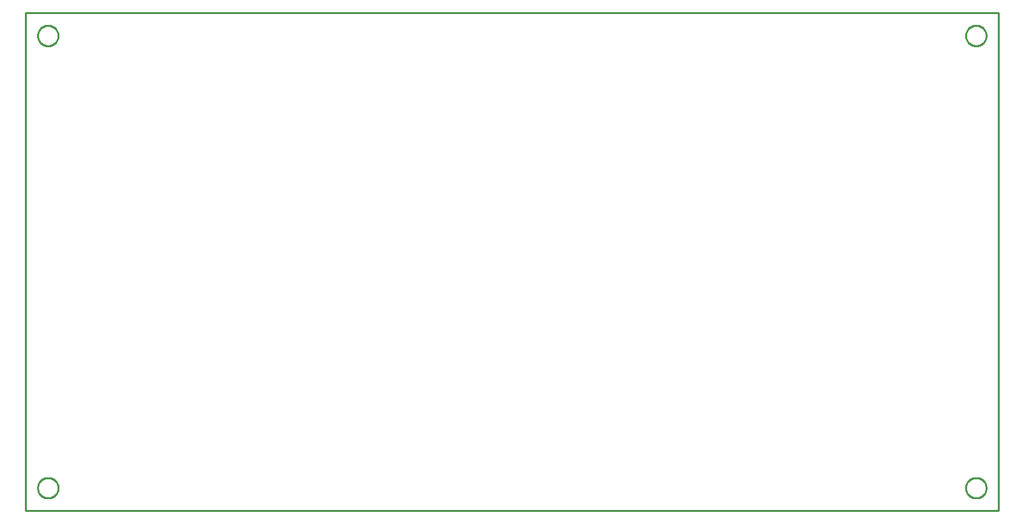
<source format=gbr>
G04 EAGLE Gerber RS-274X export*
G75*
%MOMM*%
%FSLAX34Y34*%
%LPD*%
%IN*%
%IPPOS*%
%AMOC8*
5,1,8,0,0,1.08239X$1,22.5*%
G01*
%ADD10C,0.254000*%


D10*
X0Y-40000D02*
X1290000Y-40000D01*
X1290000Y620000D01*
X0Y620000D01*
X0Y-40000D01*
X43500Y-10482D02*
X43431Y-11444D01*
X43294Y-12399D01*
X43089Y-13341D01*
X42817Y-14266D01*
X42480Y-15170D01*
X42080Y-16047D01*
X41618Y-16893D01*
X41096Y-17704D01*
X40518Y-18476D01*
X39887Y-19205D01*
X39205Y-19887D01*
X38476Y-20518D01*
X37704Y-21096D01*
X36893Y-21618D01*
X36047Y-22080D01*
X35170Y-22480D01*
X34266Y-22817D01*
X33341Y-23089D01*
X32399Y-23294D01*
X31444Y-23431D01*
X30482Y-23500D01*
X29518Y-23500D01*
X28556Y-23431D01*
X27602Y-23294D01*
X26659Y-23089D01*
X25734Y-22817D01*
X24830Y-22480D01*
X23953Y-22080D01*
X23107Y-21618D01*
X22296Y-21096D01*
X21524Y-20518D01*
X20795Y-19887D01*
X20113Y-19205D01*
X19482Y-18476D01*
X18904Y-17704D01*
X18382Y-16893D01*
X17920Y-16047D01*
X17520Y-15170D01*
X17183Y-14266D01*
X16911Y-13341D01*
X16706Y-12399D01*
X16569Y-11444D01*
X16500Y-10482D01*
X16500Y-9518D01*
X16569Y-8556D01*
X16706Y-7602D01*
X16911Y-6659D01*
X17183Y-5734D01*
X17520Y-4830D01*
X17920Y-3953D01*
X18382Y-3107D01*
X18904Y-2296D01*
X19482Y-1524D01*
X20113Y-795D01*
X20795Y-113D01*
X21524Y518D01*
X22296Y1096D01*
X23107Y1618D01*
X23953Y2080D01*
X24830Y2480D01*
X25734Y2817D01*
X26659Y3089D01*
X27602Y3294D01*
X28556Y3431D01*
X29518Y3500D01*
X30482Y3500D01*
X31444Y3431D01*
X32399Y3294D01*
X33341Y3089D01*
X34266Y2817D01*
X35170Y2480D01*
X36047Y2080D01*
X36893Y1618D01*
X37704Y1096D01*
X38476Y518D01*
X39205Y-113D01*
X39887Y-795D01*
X40518Y-1524D01*
X41096Y-2296D01*
X41618Y-3107D01*
X42080Y-3953D01*
X42480Y-4830D01*
X42817Y-5734D01*
X43089Y-6659D01*
X43294Y-7602D01*
X43431Y-8556D01*
X43500Y-9518D01*
X43500Y-10482D01*
X43500Y589518D02*
X43431Y588556D01*
X43294Y587602D01*
X43089Y586659D01*
X42817Y585734D01*
X42480Y584830D01*
X42080Y583953D01*
X41618Y583107D01*
X41096Y582296D01*
X40518Y581524D01*
X39887Y580795D01*
X39205Y580113D01*
X38476Y579482D01*
X37704Y578904D01*
X36893Y578382D01*
X36047Y577920D01*
X35170Y577520D01*
X34266Y577183D01*
X33341Y576911D01*
X32399Y576706D01*
X31444Y576569D01*
X30482Y576500D01*
X29518Y576500D01*
X28556Y576569D01*
X27602Y576706D01*
X26659Y576911D01*
X25734Y577183D01*
X24830Y577520D01*
X23953Y577920D01*
X23107Y578382D01*
X22296Y578904D01*
X21524Y579482D01*
X20795Y580113D01*
X20113Y580795D01*
X19482Y581524D01*
X18904Y582296D01*
X18382Y583107D01*
X17920Y583953D01*
X17520Y584830D01*
X17183Y585734D01*
X16911Y586659D01*
X16706Y587602D01*
X16569Y588556D01*
X16500Y589518D01*
X16500Y590482D01*
X16569Y591444D01*
X16706Y592399D01*
X16911Y593341D01*
X17183Y594266D01*
X17520Y595170D01*
X17920Y596047D01*
X18382Y596893D01*
X18904Y597704D01*
X19482Y598476D01*
X20113Y599205D01*
X20795Y599887D01*
X21524Y600518D01*
X22296Y601096D01*
X23107Y601618D01*
X23953Y602080D01*
X24830Y602480D01*
X25734Y602817D01*
X26659Y603089D01*
X27602Y603294D01*
X28556Y603431D01*
X29518Y603500D01*
X30482Y603500D01*
X31444Y603431D01*
X32399Y603294D01*
X33341Y603089D01*
X34266Y602817D01*
X35170Y602480D01*
X36047Y602080D01*
X36893Y601618D01*
X37704Y601096D01*
X38476Y600518D01*
X39205Y599887D01*
X39887Y599205D01*
X40518Y598476D01*
X41096Y597704D01*
X41618Y596893D01*
X42080Y596047D01*
X42480Y595170D01*
X42817Y594266D01*
X43089Y593341D01*
X43294Y592399D01*
X43431Y591444D01*
X43500Y590482D01*
X43500Y589518D01*
X1273500Y-10482D02*
X1273431Y-11444D01*
X1273294Y-12399D01*
X1273089Y-13341D01*
X1272817Y-14266D01*
X1272480Y-15170D01*
X1272080Y-16047D01*
X1271618Y-16893D01*
X1271096Y-17704D01*
X1270518Y-18476D01*
X1269887Y-19205D01*
X1269205Y-19887D01*
X1268476Y-20518D01*
X1267704Y-21096D01*
X1266893Y-21618D01*
X1266047Y-22080D01*
X1265170Y-22480D01*
X1264266Y-22817D01*
X1263341Y-23089D01*
X1262399Y-23294D01*
X1261444Y-23431D01*
X1260482Y-23500D01*
X1259518Y-23500D01*
X1258556Y-23431D01*
X1257602Y-23294D01*
X1256659Y-23089D01*
X1255734Y-22817D01*
X1254830Y-22480D01*
X1253953Y-22080D01*
X1253107Y-21618D01*
X1252296Y-21096D01*
X1251524Y-20518D01*
X1250795Y-19887D01*
X1250113Y-19205D01*
X1249482Y-18476D01*
X1248904Y-17704D01*
X1248382Y-16893D01*
X1247920Y-16047D01*
X1247520Y-15170D01*
X1247183Y-14266D01*
X1246911Y-13341D01*
X1246706Y-12399D01*
X1246569Y-11444D01*
X1246500Y-10482D01*
X1246500Y-9518D01*
X1246569Y-8556D01*
X1246706Y-7602D01*
X1246911Y-6659D01*
X1247183Y-5734D01*
X1247520Y-4830D01*
X1247920Y-3953D01*
X1248382Y-3107D01*
X1248904Y-2296D01*
X1249482Y-1524D01*
X1250113Y-795D01*
X1250795Y-113D01*
X1251524Y518D01*
X1252296Y1096D01*
X1253107Y1618D01*
X1253953Y2080D01*
X1254830Y2480D01*
X1255734Y2817D01*
X1256659Y3089D01*
X1257602Y3294D01*
X1258556Y3431D01*
X1259518Y3500D01*
X1260482Y3500D01*
X1261444Y3431D01*
X1262399Y3294D01*
X1263341Y3089D01*
X1264266Y2817D01*
X1265170Y2480D01*
X1266047Y2080D01*
X1266893Y1618D01*
X1267704Y1096D01*
X1268476Y518D01*
X1269205Y-113D01*
X1269887Y-795D01*
X1270518Y-1524D01*
X1271096Y-2296D01*
X1271618Y-3107D01*
X1272080Y-3953D01*
X1272480Y-4830D01*
X1272817Y-5734D01*
X1273089Y-6659D01*
X1273294Y-7602D01*
X1273431Y-8556D01*
X1273500Y-9518D01*
X1273500Y-10482D01*
X1273500Y589518D02*
X1273431Y588556D01*
X1273294Y587602D01*
X1273089Y586659D01*
X1272817Y585734D01*
X1272480Y584830D01*
X1272080Y583953D01*
X1271618Y583107D01*
X1271096Y582296D01*
X1270518Y581524D01*
X1269887Y580795D01*
X1269205Y580113D01*
X1268476Y579482D01*
X1267704Y578904D01*
X1266893Y578382D01*
X1266047Y577920D01*
X1265170Y577520D01*
X1264266Y577183D01*
X1263341Y576911D01*
X1262399Y576706D01*
X1261444Y576569D01*
X1260482Y576500D01*
X1259518Y576500D01*
X1258556Y576569D01*
X1257602Y576706D01*
X1256659Y576911D01*
X1255734Y577183D01*
X1254830Y577520D01*
X1253953Y577920D01*
X1253107Y578382D01*
X1252296Y578904D01*
X1251524Y579482D01*
X1250795Y580113D01*
X1250113Y580795D01*
X1249482Y581524D01*
X1248904Y582296D01*
X1248382Y583107D01*
X1247920Y583953D01*
X1247520Y584830D01*
X1247183Y585734D01*
X1246911Y586659D01*
X1246706Y587602D01*
X1246569Y588556D01*
X1246500Y589518D01*
X1246500Y590482D01*
X1246569Y591444D01*
X1246706Y592399D01*
X1246911Y593341D01*
X1247183Y594266D01*
X1247520Y595170D01*
X1247920Y596047D01*
X1248382Y596893D01*
X1248904Y597704D01*
X1249482Y598476D01*
X1250113Y599205D01*
X1250795Y599887D01*
X1251524Y600518D01*
X1252296Y601096D01*
X1253107Y601618D01*
X1253953Y602080D01*
X1254830Y602480D01*
X1255734Y602817D01*
X1256659Y603089D01*
X1257602Y603294D01*
X1258556Y603431D01*
X1259518Y603500D01*
X1260482Y603500D01*
X1261444Y603431D01*
X1262399Y603294D01*
X1263341Y603089D01*
X1264266Y602817D01*
X1265170Y602480D01*
X1266047Y602080D01*
X1266893Y601618D01*
X1267704Y601096D01*
X1268476Y600518D01*
X1269205Y599887D01*
X1269887Y599205D01*
X1270518Y598476D01*
X1271096Y597704D01*
X1271618Y596893D01*
X1272080Y596047D01*
X1272480Y595170D01*
X1272817Y594266D01*
X1273089Y593341D01*
X1273294Y592399D01*
X1273431Y591444D01*
X1273500Y590482D01*
X1273500Y589518D01*
M02*

</source>
